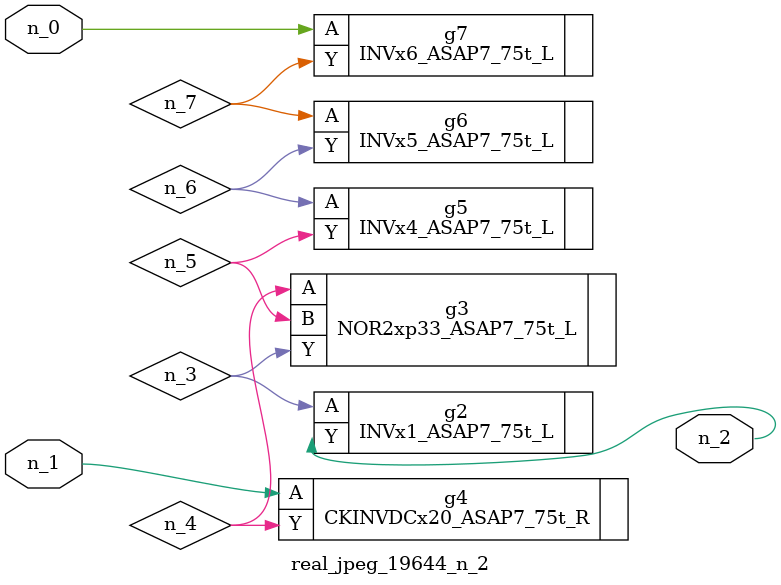
<source format=v>
module real_jpeg_19644_n_2 (n_1, n_0, n_2);

input n_1;
input n_0;

output n_2;

wire n_5;
wire n_4;
wire n_6;
wire n_7;
wire n_3;

INVx6_ASAP7_75t_L g7 ( 
.A(n_0),
.Y(n_7)
);

CKINVDCx20_ASAP7_75t_R g4 ( 
.A(n_1),
.Y(n_4)
);

INVx1_ASAP7_75t_L g2 ( 
.A(n_3),
.Y(n_2)
);

NOR2xp33_ASAP7_75t_L g3 ( 
.A(n_4),
.B(n_5),
.Y(n_3)
);

INVx4_ASAP7_75t_L g5 ( 
.A(n_6),
.Y(n_5)
);

INVx5_ASAP7_75t_L g6 ( 
.A(n_7),
.Y(n_6)
);


endmodule
</source>
